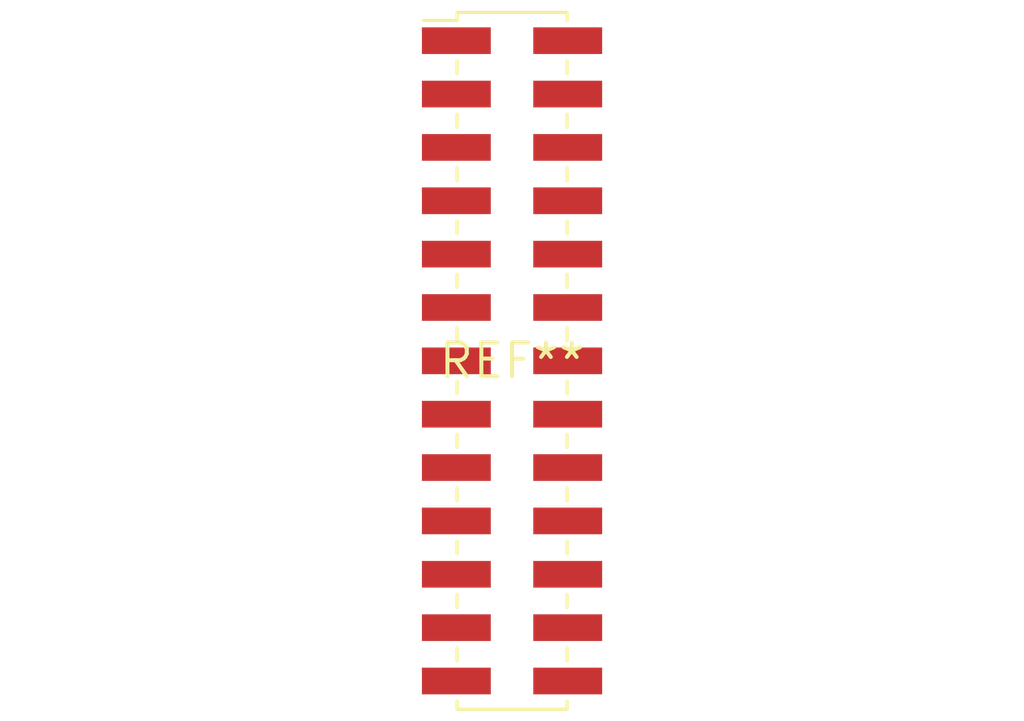
<source format=kicad_pcb>
(kicad_pcb (version 20240108) (generator pcbnew)
  (layers (0 "F.Cu" signal) (31 "B.Cu" signal) (34 "B.Paste" user) (35 "F.Paste" user) (36 "B.SilkS" user "B.Silkscreen") (37 "F.SilkS" user "F.Silkscreen") (38 "B.Mask" user) (39 "F.Mask" user) (44 "Edge.Cuts" user))
  (net 0 "")
  (footprint "PinHeader_2x13_P2.00mm_Vertical_SMD" (layer "F.Cu") (at 0 0)
    (property "Reference" "REF**")
    (property "Value" "PinHeader_2x13_P2.00mm_Vertical_SMD")
    (fp_line (start -3.315 -12.76) (end -2.06 -12.76) (layer "F.SilkS") (stroke (width 0.12)))
    (fp_line (start -2.06 -13.06) (end -2.06 -12.76) (layer "F.SilkS") (stroke (width 0.12)))
    (fp_line (start -2.06 -13.06) (end 2.06 -13.06) (layer "F.SilkS") (stroke (width 0.12)))
    (fp_line (start -2.06 -11.24) (end -2.06 -10.76) (layer "F.SilkS") (stroke (width 0.12)))
    (fp_line (start -2.06 -9.24) (end -2.06 -8.76) (layer "F.SilkS") (stroke (width 0.12)))
    (fp_line (start -2.06 -7.24) (end -2.06 -6.76) (layer "F.SilkS") (stroke (width 0.12)))
    (fp_line (start -2.06 -5.24) (end -2.06 -4.76) (layer "F.SilkS") (stroke (width 0.12)))
    (fp_line (start -2.06 -3.24) (end -2.06 -2.76) (layer "F.SilkS") (stroke (width 0.12)))
    (fp_line (start -2.06 -1.24) (end -2.06 -0.76) (layer "F.SilkS") (stroke (width 0.12)))
    (fp_line (start -2.06 0.76) (end -2.06 1.24) (layer "F.SilkS") (stroke (width 0.12)))
    (fp_line (start -2.06 2.76) (end -2.06 3.24) (layer "F.SilkS") (stroke (width 0.12)))
    (fp_line (start -2.06 4.76) (end -2.06 5.24) (layer "F.SilkS") (stroke (width 0.12)))
    (fp_line (start -2.06 6.76) (end -2.06 7.24) (layer "F.SilkS") (stroke (width 0.12)))
    (fp_line (start -2.06 8.76) (end -2.06 9.24) (layer "F.SilkS") (stroke (width 0.12)))
    (fp_line (start -2.06 10.76) (end -2.06 11.24) (layer "F.SilkS") (stroke (width 0.12)))
    (fp_line (start -2.06 12.76) (end -2.06 13.06) (layer "F.SilkS") (stroke (width 0.12)))
    (fp_line (start -2.06 13.06) (end 2.06 13.06) (layer "F.SilkS") (stroke (width 0.12)))
    (fp_line (start 2.06 -13.06) (end 2.06 -12.76) (layer "F.SilkS") (stroke (width 0.12)))
    (fp_line (start 2.06 -11.24) (end 2.06 -10.76) (layer "F.SilkS") (stroke (width 0.12)))
    (fp_line (start 2.06 -9.24) (end 2.06 -8.76) (layer "F.SilkS") (stroke (width 0.12)))
    (fp_line (start 2.06 -7.24) (end 2.06 -6.76) (layer "F.SilkS") (stroke (width 0.12)))
    (fp_line (start 2.06 -5.24) (end 2.06 -4.76) (layer "F.SilkS") (stroke (width 0.12)))
    (fp_line (start 2.06 -3.24) (end 2.06 -2.76) (layer "F.SilkS") (stroke (width 0.12)))
    (fp_line (start 2.06 -1.24) (end 2.06 -0.76) (layer "F.SilkS") (stroke (width 0.12)))
    (fp_line (start 2.06 0.76) (end 2.06 1.24) (layer "F.SilkS") (stroke (width 0.12)))
    (fp_line (start 2.06 2.76) (end 2.06 3.24) (layer "F.SilkS") (stroke (width 0.12)))
    (fp_line (start 2.06 4.76) (end 2.06 5.24) (layer "F.SilkS") (stroke (width 0.12)))
    (fp_line (start 2.06 6.76) (end 2.06 7.24) (layer "F.SilkS") (stroke (width 0.12)))
    (fp_line (start 2.06 8.76) (end 2.06 9.24) (layer "F.SilkS") (stroke (width 0.12)))
    (fp_line (start 2.06 10.76) (end 2.06 11.24) (layer "F.SilkS") (stroke (width 0.12)))
    (fp_line (start 2.06 12.76) (end 2.06 13.06) (layer "F.SilkS") (stroke (width 0.12)))
    (pad "1" smd rect (at -2.085 -12) (size 2.58 1) (layers "F.Cu" "F.Paste" "F.Mask"))
    (pad "2" smd rect (at 2.085 -12) (size 2.58 1) (layers "F.Cu" "F.Paste" "F.Mask"))
    (pad "3" smd rect (at -2.085 -10) (size 2.58 1) (layers "F.Cu" "F.Paste" "F.Mask"))
    (pad "4" smd rect (at 2.085 -10) (size 2.58 1) (layers "F.Cu" "F.Paste" "F.Mask"))
    (pad "5" smd rect (at -2.085 -8) (size 2.58 1) (layers "F.Cu" "F.Paste" "F.Mask"))
    (pad "6" smd rect (at 2.085 -8) (size 2.58 1) (layers "F.Cu" "F.Paste" "F.Mask"))
    (pad "7" smd rect (at -2.085 -6) (size 2.58 1) (layers "F.Cu" "F.Paste" "F.Mask"))
    (pad "8" smd rect (at 2.085 -6) (size 2.58 1) (layers "F.Cu" "F.Paste" "F.Mask"))
    (pad "9" smd rect (at -2.085 -4) (size 2.58 1) (layers "F.Cu" "F.Paste" "F.Mask"))
    (pad "10" smd rect (at 2.085 -4) (size 2.58 1) (layers "F.Cu" "F.Paste" "F.Mask"))
    (pad "11" smd rect (at -2.085 -2) (size 2.58 1) (layers "F.Cu" "F.Paste" "F.Mask"))
    (pad "12" smd rect (at 2.085 -2) (size 2.58 1) (layers "F.Cu" "F.Paste" "F.Mask"))
    (pad "13" smd rect (at -2.085 0) (size 2.58 1) (layers "F.Cu" "F.Paste" "F.Mask"))
    (pad "14" smd rect (at 2.085 0) (size 2.58 1) (layers "F.Cu" "F.Paste" "F.Mask"))
    (pad "15" smd rect (at -2.085 2) (size 2.58 1) (layers "F.Cu" "F.Paste" "F.Mask"))
    (pad "16" smd rect (at 2.085 2) (size 2.58 1) (layers "F.Cu" "F.Paste" "F.Mask"))
    (pad "17" smd rect (at -2.085 4) (size 2.58 1) (layers "F.Cu" "F.Paste" "F.Mask"))
    (pad "18" smd rect (at 2.085 4) (size 2.58 1) (layers "F.Cu" "F.Paste" "F.Mask"))
    (pad "19" smd rect (at -2.085 6) (size 2.58 1) (layers "F.Cu" "F.Paste" "F.Mask"))
    (pad "20" smd rect (at 2.085 6) (size 2.58 1) (layers "F.Cu" "F.Paste" "F.Mask"))
    (pad "21" smd rect (at -2.085 8) (size 2.58 1) (layers "F.Cu" "F.Paste" "F.Mask"))
    (pad "22" smd rect (at 2.085 8) (size 2.58 1) (layers "F.Cu" "F.Paste" "F.Mask"))
    (pad "23" smd rect (at -2.085 10) (size 2.58 1) (layers "F.Cu" "F.Paste" "F.Mask"))
    (pad "24" smd rect (at 2.085 10) (size 2.58 1) (layers "F.Cu" "F.Paste" "F.Mask"))
    (pad "25" smd rect (at -2.085 12) (size 2.58 1) (layers "F.Cu" "F.Paste" "F.Mask"))
    (pad "26" smd rect (at 2.085 12) (size 2.58 1) (layers "F.Cu" "F.Paste" "F.Mask"))
  )
)
</source>
